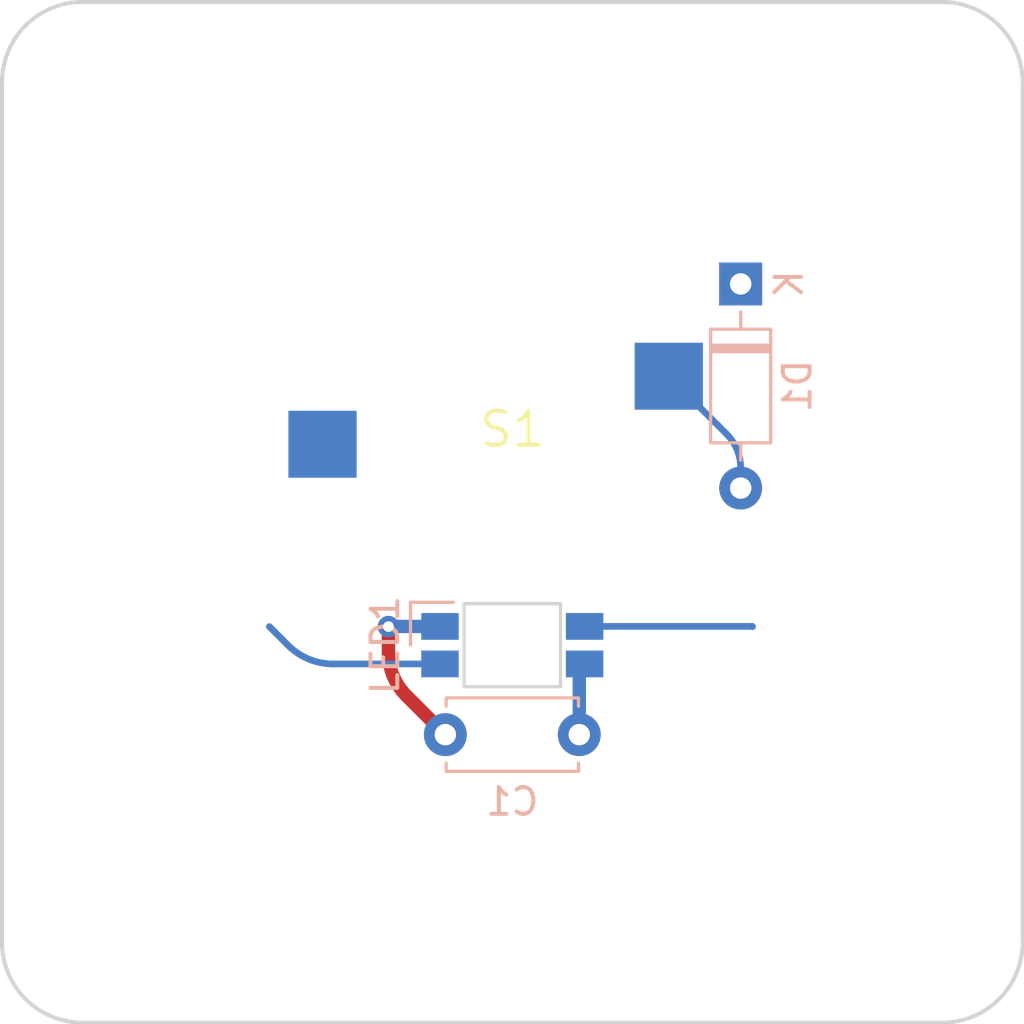
<source format=kicad_pcb>
(kicad_pcb (version 20240108) (generator "pcbnew") (generator_version "8.0")
  (title_block (title "travis_key") (rev "2024.03.20") (company "Travis Hardiman"))
  (layers (0 "F.Cu" signal) (31 "B.Cu" signal) (34 "B.Paste" user) (35 "F.Paste" user) (36 "B.SilkS" user "B.Silkscreen") (37 "F.SilkS" user "F.Silkscreen") (38 "B.Mask" user) (39 "F.Mask" user) (44 "Edge.Cuts" user))
  (net 0 "")
  (net 1 "col0")
  (net 2 "single_A_one")
  (net 3 "row0")
  (net 4 "RAW")
  (net 5 "LED_0")
  (net 6 "GND")
  (net 7 "LED_1")
  (footprint "MX" (layer "F.Cu") (at 100 100)
    (property "Reference" "S1" (at 0 -3.099 0) (layer "F.SilkS") (effects (font (size 1.27 1.27))))
    (property "Value" "" (hide yes))
    (pad "" np_thru_hole circle (at -5.08 0) (size 1.7018 1.7018) (drill 1.7018) (layers "*.Cu" "*.Mask"))
    (pad "" np_thru_hole circle (at -3.81 -2.54) (size 3 3) (drill 3) (layers "*.Cu" "*.Mask"))
    (pad "" np_thru_hole circle (at 0 0) (size 3.9878 3.9878) (drill 3.9878) (layers "*.Cu" "*.Mask"))
    (pad "" np_thru_hole circle (at 2.54 -5.08) (size 3 3) (drill 3) (layers "*.Cu" "*.Mask"))
    (pad "" np_thru_hole circle (at 5.08 0) (size 1.7018 1.7018) (drill 1.7018) (layers "*.Cu" "*.Mask"))
    (pad "1" smd rect (at -7.085 -2.54) (size 2.55 2.5) (layers "B.Cu" "B.Paste" "B.Mask") (net 1 "col0"))
    (pad "2" smd rect (at 5.842 -5.08) (size 2.55 2.5) (layers "B.Cu" "B.Paste" "B.Mask") (net 2 "single_A_one"))
  )
  (footprint "ceoloide:led_SK6812mini-e (per-keysingle-side)" (layer "B.Cu") (at 100 104.96)
    (property "Reference" "LED1" (at -4.75 0 90) (layer "B.SilkS"))
    (property "Value" "")
    (fp_line (start -3.8 -1.6) (end -2.2 -1.6) (stroke (width 0.12)) (layer "B.SilkS"))
    (fp_line (start -3.8 0) (end -3.8 -1.6) (stroke (width 0.12)) (layer "B.SilkS"))
    (fp_line (start -1.8 -1.55) (end -1.8 1.55) (stroke (width 0.12)) (layer "Edge.Cuts"))
    (fp_line (start -1.8 1.55) (end 1.8 1.55) (stroke (width 0.12)) (layer "Edge.Cuts"))
    (fp_line (start 1.8 -1.55) (end -1.8 -1.55) (stroke (width 0.12)) (layer "Edge.Cuts"))
    (fp_line (start 1.8 1.55) (end 1.8 -1.55) (stroke (width 0.12)) (layer "Edge.Cuts"))
    (pad "1" smd rect (at 2.7 0.7) (size 1.4 1) (layers "B.Cu" "B.Paste" "B.Mask") (net 4 "RAW"))
    (pad "2" smd rect (at 2.7 -0.7) (size 1.4 1) (layers "B.Cu" "B.Paste" "B.Mask") (net 5 "LED_0"))
    (pad "3" smd rect (at -2.7 -0.7) (size 1.4 1) (layers "B.Cu" "B.Paste" "B.Mask") (net 6 "GND"))
    (pad "4" smd rect (at -2.7 0.7) (size 1.4 1) (layers "B.Cu" "B.Paste" "B.Mask") (net 7 "LED_1"))
  )
  (footprint "C_Disc_D4.7mm_W2.5mm_P5.00mm" (layer "B.Cu") (at 102.5 108.3 180)
    (property "Reference" "C1" (at 2.5 -2.5 180) (layer "B.SilkS") (effects (justify mirror)))
    (property "Value" "104")
    (fp_line (start 4.97 1.055) (end 4.97 1.37) (stroke (width 0.12)) (layer "B.SilkS"))
    (fp_line (start 4.97 -1.37) (end 4.97 -1.055) (stroke (width 0.12)) (layer "B.SilkS"))
    (fp_line (start 0.03 1.37) (end 4.97 1.37) (stroke (width 0.12)) (layer "B.SilkS"))
    (fp_line (start 0.03 1.055) (end 0.03 1.37) (stroke (width 0.12)) (layer "B.SilkS"))
    (fp_line (start 0.03 -1.37) (end 4.97 -1.37) (stroke (width 0.12)) (layer "B.SilkS"))
    (fp_line (start 0.03 -1.37) (end 0.03 -1.055) (stroke (width 0.12)) (layer "B.SilkS"))
    (pad "1" thru_hole circle (at 0 0) (size 1.6 1.6) (drill 0.8) (layers "*.Cu" "*.Mask") (net 4 "RAW"))
    (pad "2" thru_hole circle (at 5 0) (size 1.6 1.6) (drill 0.8) (layers "*.Cu" "*.Mask") (net 6 "GND"))
  )
  (footprint "Diode_DO-35" (layer "B.Cu") (at 108.525 91.475 -90)
    (property "Reference" "D1" (at 3.81 -2.12 -90) (layer "B.SilkS") (effects (justify mirror)))
    (property "Value" "1N4148")
    (fp_line (start 1.69 1.12) (end 5.93 1.12) (stroke (width 0.12)) (layer "B.SilkS"))
    (fp_line (start 5.93 1.12) (end 5.93 -1.12) (stroke (width 0.12)) (layer "B.SilkS"))
    (fp_line (start 1.04 0) (end 1.69 0) (stroke (width 0.12)) (layer "B.SilkS"))
    (fp_line (start 6.58 0) (end 5.93 0) (stroke (width 0.12)) (layer "B.SilkS"))
    (fp_line (start 1.69 -1.12) (end 1.69 1.12) (stroke (width 0.12)) (layer "B.SilkS"))
    (fp_line (start 2.29 -1.12) (end 2.29 1.12) (stroke (width 0.12)) (layer "B.SilkS"))
    (fp_line (start 2.41 -1.12) (end 2.41 1.12) (stroke (width 0.12)) (layer "B.SilkS"))
    (fp_line (start 2.53 -1.12) (end 2.53 1.12) (stroke (width 0.12)) (layer "B.SilkS"))
    (fp_line (start 5.93 -1.12) (end 1.69 -1.12) (stroke (width 0.12)) (layer "B.SilkS"))
    (fp_text user "K" (at 0 -1.8 -90) (layer "B.SilkS") (effects (justify mirror)))
    (pad "1" thru_hole rect (at 0 0 270) (size 1.6 1.6) (drill 0.8) (layers "*.Cu" "*.Mask") (net 3 "row0"))
    (pad "2" thru_hole oval (at 7.62 0 270) (size 1.6 1.6) (drill 0.8) (layers "*.Cu" "*.Mask") (net 2 "single_A_one"))
  )
  (gr_arc (start 80.95 83.95) (mid 81.82868 81.82868) (end 83.95 80.95) (stroke (width 0.15)) (layer "Edge.Cuts"))
  (gr_line (start 116.05 119.05) (end 83.95 119.05) (stroke (width 0.15)) (layer "Edge.Cuts"))
  (gr_arc (start 116.05 80.95) (mid 118.17132 81.82868) (end 119.05 83.95) (stroke (width 0.15)) (layer "Edge.Cuts"))
  (gr_arc (start 83.95 119.05) (mid 81.82868 118.17132) (end 80.95 116.05) (stroke (width 0.15)) (layer "Edge.Cuts"))
  (gr_arc (start 119.05 116.05) (mid 118.17132 118.17132) (end 116.05 119.05) (stroke (width 0.15)) (layer "Edge.Cuts"))
  (gr_line (start 80.95 116.05) (end 80.95 83.95) (stroke (width 0.15)) (layer "Edge.Cuts"))
  (gr_line (start 119.05 83.95) (end 119.05 116.05) (stroke (width 0.15)) (layer "Edge.Cuts"))
  (gr_line (start 83.95 80.95) (end 116.05 80.95) (stroke (width 0.15)) (layer "Edge.Cuts"))
  (segment (start 108.525 98.349) (end 108.525 99.095) (width 0.25) (layer "B.Cu") (net 2))
  (segment (start 107.997498 97.075498) (end 105.842 94.92) (width 0.25) (layer "B.Cu") (net 2))
  (arc (start 107.997498 97.075498) (mid 108.387906 97.659785) (end 108.525 98.349) (width 0.25) (layer "B.Cu") (net 2))
  (segment (start 102.6 105.76) (end 102.7 105.66) (width 0.5) (layer "B.Cu") (net 4))
  (segment (start 102.5 106.001421) (end 102.5 108.3) (width 0.5) (layer "B.Cu") (net 4))
  (arc (start 102.6 105.76) (mid 102.525989 105.870764) (end 102.5 106.001421) (width 0.5) (layer "B.Cu") (net 4))
  (segment (start 108.9625 104.2635) (end 108.966 104.267) (width 0.25) (layer "B.Cu") (net 5))
  (segment (start 108.95405 104.26) (end 102.7 104.26) (width 0.25) (layer "B.Cu") (net 5))
  (arc (start 108.9625 104.2635) (mid 108.958623 104.260909) (end 108.95405 104.26) (width 0.25) (layer "B.Cu") (net 5))
  (segment (start 96.052286 106.852286) (end 97.5 108.3) (width 0.5) (layer "F.Cu") (net 6))
  (segment (start 95.377 105.222) (end 95.377 104.267) (width 0.5) (layer "F.Cu") (net 6))
  (via (at 95.377 104.267) (size 0.8) (drill 0.4) (layers "F.Cu" "B.Cu") (net 6))
  (arc (start 95.377 105.222) (mid 95.552501 106.104304) (end 96.052286 106.852286) (width 0.5) (layer "F.Cu") (net 6))
  (segment (start 95.3805 104.2635) (end 95.377 104.267) (width 0.5) (layer "B.Cu") (net 6))
  (segment (start 95.388949 104.26) (end 97.3 104.26) (width 0.5) (layer "B.Cu") (net 6))
  (arc (start 95.388949 104.26) (mid 95.384376 104.260909) (end 95.3805 104.2635) (width 0.5) (layer "B.Cu") (net 6))
  (segment (start 93.309999 105.66) (end 97.3 105.66) (width 0.25) (layer "B.Cu") (net 7))
  (segment (start 90.932 104.267) (end 91.6285 104.9635) (width 0.25) (layer "B.Cu") (net 7))
  (arc (start 91.6285 104.9635) (mid 92.399978 105.478985) (end 93.309999 105.66) (width 0.25) (layer "B.Cu") (net 7))
)
</source>
